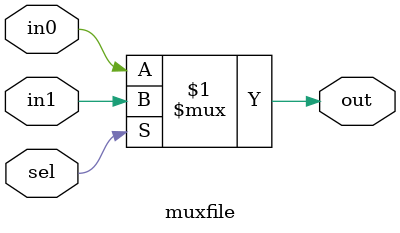
<source format=v>
module muxfile (sel, in0, in1, out);
input in0;
input in1;
input sel;
output out;
wire out;
assign out = sel?in1:in0;
endmodule

</source>
